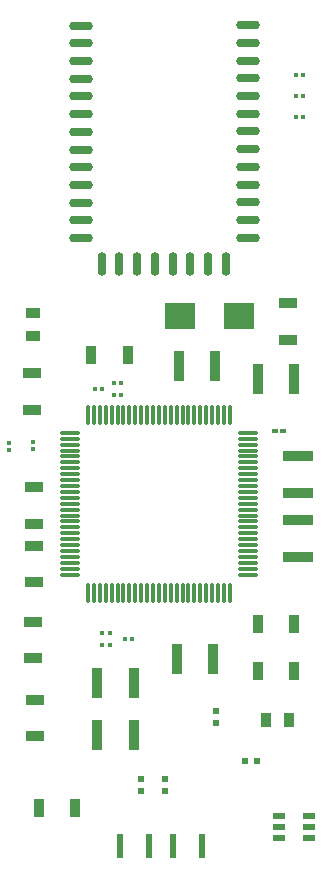
<source format=gtp>
G04 Layer_Color=8421504*
%FSLAX24Y24*%
%MOIN*%
G70*
G01*
G75*
%ADD10R,0.0354X0.0984*%
%ADD11R,0.0118X0.0118*%
%ADD12R,0.0354X0.0630*%
%ADD13R,0.0984X0.0354*%
%ADD14R,0.0630X0.0354*%
%ADD15R,0.0118X0.0118*%
%ADD16R,0.0236X0.0197*%
%ADD17R,0.0512X0.0354*%
%ADD18R,0.0197X0.0827*%
%ADD19R,0.1024X0.0866*%
%ADD20O,0.0118X0.0709*%
%ADD21O,0.0709X0.0118*%
%ADD22R,0.0354X0.0512*%
%ADD23R,0.0197X0.0236*%
%ADD24R,0.0197X0.0118*%
%ADD25O,0.0299X0.0787*%
%ADD26O,0.0787X0.0299*%
%ADD27R,0.0433X0.0236*%
D10*
X42933Y37333D02*
D03*
X41713D02*
D03*
X40305Y37756D02*
D03*
X39085D02*
D03*
X37589Y25482D02*
D03*
X36368D02*
D03*
X37589Y27215D02*
D03*
X36368D02*
D03*
X39016Y28012D02*
D03*
X40236D02*
D03*
D11*
X33445Y35207D02*
D03*
Y34970D02*
D03*
X34213Y34990D02*
D03*
Y35226D02*
D03*
D12*
X42933Y29173D02*
D03*
X41713D02*
D03*
X34419Y23041D02*
D03*
X35640D02*
D03*
X36171Y38130D02*
D03*
X37392D02*
D03*
X41713Y27598D02*
D03*
X42933D02*
D03*
D13*
X43071Y32638D02*
D03*
Y31417D02*
D03*
X43051Y34764D02*
D03*
Y33543D02*
D03*
D14*
X34252Y32500D02*
D03*
Y33720D02*
D03*
Y30561D02*
D03*
Y31781D02*
D03*
X34232Y29242D02*
D03*
Y28022D02*
D03*
X34281Y25423D02*
D03*
Y26644D02*
D03*
X34203Y36319D02*
D03*
Y37539D02*
D03*
X42736Y38652D02*
D03*
Y39872D02*
D03*
D15*
X36299Y37008D02*
D03*
X36535D02*
D03*
X36919Y36811D02*
D03*
X37156D02*
D03*
X37165Y37215D02*
D03*
X36929D02*
D03*
X43228Y46083D02*
D03*
X42992D02*
D03*
X43228Y46782D02*
D03*
X42992D02*
D03*
X43228Y47461D02*
D03*
X42992D02*
D03*
X36545Y28465D02*
D03*
X36781D02*
D03*
Y28868D02*
D03*
X36545D02*
D03*
X37303Y28671D02*
D03*
X37539D02*
D03*
D16*
X37825Y23996D02*
D03*
Y23602D02*
D03*
X38622Y23996D02*
D03*
Y23602D02*
D03*
X40344Y26260D02*
D03*
Y25866D02*
D03*
D17*
X34213Y38780D02*
D03*
Y39528D02*
D03*
D18*
X39872Y21781D02*
D03*
X38888D02*
D03*
X38100D02*
D03*
X37116D02*
D03*
D19*
X39114Y39439D02*
D03*
X41083D02*
D03*
D20*
X36063Y36152D02*
D03*
X36260D02*
D03*
X36457D02*
D03*
X36654D02*
D03*
X36850D02*
D03*
X37047D02*
D03*
X37244D02*
D03*
X37441D02*
D03*
X37638D02*
D03*
X37835D02*
D03*
X38031D02*
D03*
X38228D02*
D03*
X38425D02*
D03*
X38622D02*
D03*
X38819D02*
D03*
X39016D02*
D03*
X39213D02*
D03*
X39409D02*
D03*
X39606D02*
D03*
X39803D02*
D03*
X40000D02*
D03*
X40197D02*
D03*
X40394D02*
D03*
X40591D02*
D03*
X40787D02*
D03*
Y30207D02*
D03*
X40591D02*
D03*
X40394D02*
D03*
X40197D02*
D03*
X40000D02*
D03*
X39803D02*
D03*
X39606D02*
D03*
X39409D02*
D03*
X39213D02*
D03*
X39016D02*
D03*
X38819D02*
D03*
X38622D02*
D03*
X38425D02*
D03*
X38228D02*
D03*
X38031D02*
D03*
X37835D02*
D03*
X37638D02*
D03*
X37441D02*
D03*
X37244D02*
D03*
X37047D02*
D03*
X36850D02*
D03*
X36654D02*
D03*
X36457D02*
D03*
X36260D02*
D03*
X36063D02*
D03*
D21*
X41398Y35541D02*
D03*
Y35344D02*
D03*
Y35148D02*
D03*
Y34951D02*
D03*
Y34754D02*
D03*
Y34557D02*
D03*
Y34360D02*
D03*
Y34163D02*
D03*
Y33967D02*
D03*
Y33770D02*
D03*
Y33573D02*
D03*
Y33376D02*
D03*
Y33179D02*
D03*
Y32982D02*
D03*
Y32785D02*
D03*
Y32589D02*
D03*
Y32392D02*
D03*
Y32195D02*
D03*
Y31998D02*
D03*
Y31801D02*
D03*
Y31604D02*
D03*
Y31407D02*
D03*
Y31211D02*
D03*
Y31014D02*
D03*
Y30817D02*
D03*
X35453D02*
D03*
Y31014D02*
D03*
Y31211D02*
D03*
Y31407D02*
D03*
Y31604D02*
D03*
Y31801D02*
D03*
Y31998D02*
D03*
Y32195D02*
D03*
Y32392D02*
D03*
Y32589D02*
D03*
Y32785D02*
D03*
Y32982D02*
D03*
Y33179D02*
D03*
Y33376D02*
D03*
Y33573D02*
D03*
Y33770D02*
D03*
Y33967D02*
D03*
Y34163D02*
D03*
Y34360D02*
D03*
Y34557D02*
D03*
Y34754D02*
D03*
Y34951D02*
D03*
Y35148D02*
D03*
Y35344D02*
D03*
Y35541D02*
D03*
D22*
X42008Y25984D02*
D03*
X42756D02*
D03*
D23*
X41309Y24587D02*
D03*
X41703D02*
D03*
D24*
X42559Y35591D02*
D03*
X42283D02*
D03*
D25*
X36521Y41153D02*
D03*
X40065D02*
D03*
X39474D02*
D03*
X38883D02*
D03*
X38293D02*
D03*
X37702D02*
D03*
X37112D02*
D03*
X40655D02*
D03*
D26*
X41387Y42637D02*
D03*
Y43818D02*
D03*
Y44999D02*
D03*
Y45590D02*
D03*
Y46180D02*
D03*
Y46771D02*
D03*
Y47362D02*
D03*
Y47952D02*
D03*
Y48543D02*
D03*
Y49133D02*
D03*
X35828Y43212D02*
D03*
Y43803D02*
D03*
Y44393D02*
D03*
Y44984D02*
D03*
Y45574D02*
D03*
Y46165D02*
D03*
Y46755D02*
D03*
Y47346D02*
D03*
Y47936D02*
D03*
Y42621D02*
D03*
Y42031D02*
D03*
X41387Y42047D02*
D03*
Y43228D02*
D03*
Y44409D02*
D03*
X35828Y48527D02*
D03*
Y49117D02*
D03*
D27*
X42441Y22037D02*
D03*
Y22411D02*
D03*
Y22785D02*
D03*
X43425D02*
D03*
Y22411D02*
D03*
Y22037D02*
D03*
M02*

</source>
